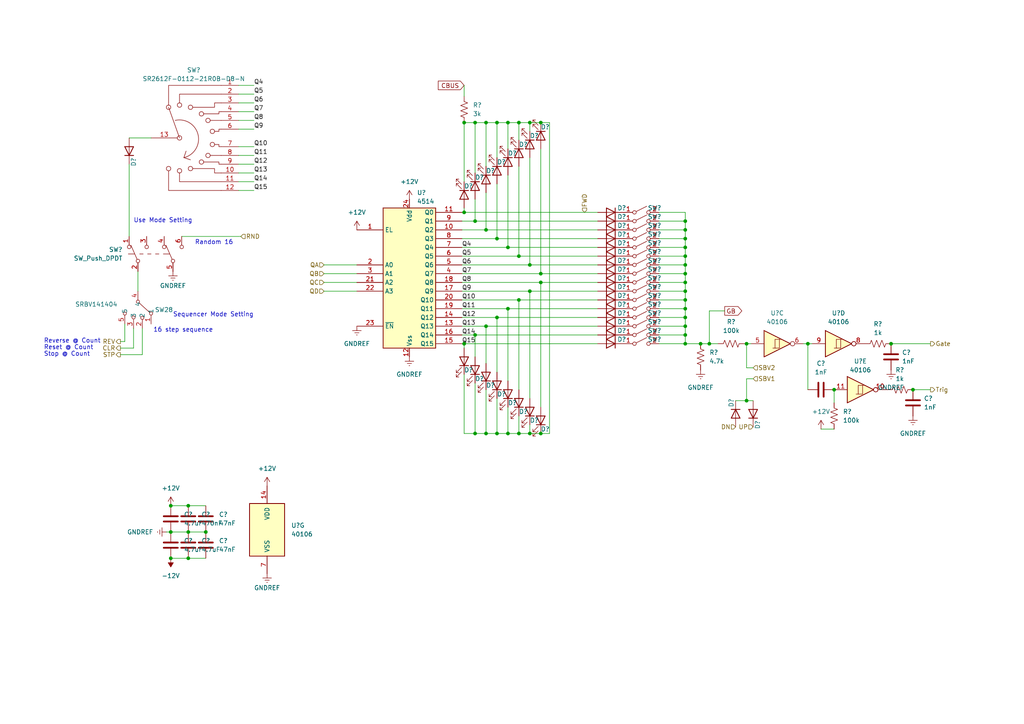
<source format=kicad_sch>
(kicad_sch (version 20230121) (generator eeschema)
  (paper "A4")
  (junction (at 147.32 125.73))
  (junction (at 264.795 113.03))
  (junction (at 59.69 154.305))
  (junction (at 198.755 94.615))
  (junction (at 198.755 76.835))
  (junction (at 198.755 89.535))
  (junction (at 150.495 125.73))
  (junction (at 198.755 92.075))
  (junction (at 49.53 161.925))
  (junction (at 156.845 79.375))
  (junction (at 144.145 35.56))
  (junction (at 156.845 125.73))
  (junction (at 198.755 86.995))
  (junction (at 140.97 94.615))
  (junction (at 137.795 64.135))
  (junction (at 150.495 35.56))
  (junction (at 198.755 81.915))
  (junction (at 241.935 113.03))
  (junction (at 140.97 125.73))
  (junction (at 49.53 154.305))
  (junction (at 137.795 97.155))
  (junction (at 216.535 99.695))
  (junction (at 153.67 76.835))
  (junction (at 156.845 81.915))
  (junction (at 140.97 35.56))
  (junction (at 144.145 125.73))
  (junction (at 198.755 74.295))
  (junction (at 54.61 146.685))
  (junction (at 234.315 99.695))
  (junction (at 49.53 146.685))
  (junction (at 144.145 69.215))
  (junction (at 137.795 35.56))
  (junction (at 150.495 86.995))
  (junction (at 134.62 99.695))
  (junction (at 198.755 66.675))
  (junction (at 144.145 92.075))
  (junction (at 134.62 35.56))
  (junction (at 134.62 61.595))
  (junction (at 153.67 125.73))
  (junction (at 147.32 71.755))
  (junction (at 198.755 69.215))
  (junction (at 258.445 99.695))
  (junction (at 198.755 99.695))
  (junction (at 140.97 66.675))
  (junction (at 216.535 116.205))
  (junction (at 198.755 79.375))
  (junction (at 54.61 161.925))
  (junction (at 203.2 99.695))
  (junction (at 205.74 99.695))
  (junction (at 198.755 97.155))
  (junction (at 54.61 154.305))
  (junction (at 153.67 35.56))
  (junction (at 156.845 35.56))
  (junction (at 198.755 84.455))
  (junction (at 150.495 74.295))
  (junction (at 198.755 71.755))
  (junction (at 137.795 125.73))
  (junction (at 198.755 64.135))
  (junction (at 147.32 89.535))
  (junction (at 147.32 35.56))
  (junction (at 153.67 84.455))
  (wire (pts (xy 198.755 97.155) (xy 198.755 99.695)))
  (wire (pts (xy 147.32 89.535) (xy 147.32 110.49)))
  (wire (pts (xy 133.985 84.455) (xy 153.67 84.455)))
  (wire (pts (xy 41.275 95.25) (xy 41.275 102.87)))
  (wire (pts (xy 150.495 48.26) (xy 150.495 74.295)))
  (wire (pts (xy 198.755 84.455) (xy 198.755 86.995)))
  (wire (pts (xy 133.985 69.215) (xy 144.145 69.215)))
  (wire (pts (xy 258.445 99.695) (xy 269.875 99.695)))
  (wire (pts (xy 133.985 92.075) (xy 144.145 92.075)))
  (wire (pts (xy 205.74 90.17) (xy 205.74 99.695)))
  (wire (pts (xy 133.985 86.995) (xy 150.495 86.995)))
  (wire (pts (xy 140.97 66.675) (xy 173.355 66.675)))
  (wire (pts (xy 234.315 99.695) (xy 235.585 99.695)))
  (wire (pts (xy 93.98 76.835) (xy 103.505 76.835)))
  (wire (pts (xy 134.62 61.595) (xy 173.355 61.595)))
  (wire (pts (xy 69.215 55.245) (xy 73.66 55.245)))
  (wire (pts (xy 133.985 99.695) (xy 134.62 99.695)))
  (wire (pts (xy 216.535 106.68) (xy 218.44 106.68)))
  (wire (pts (xy 134.62 99.695) (xy 134.62 100.965)))
  (wire (pts (xy 216.535 99.695) (xy 216.535 106.68)))
  (wire (pts (xy 216.535 99.695) (xy 217.805 99.695)))
  (wire (pts (xy 134.62 125.73) (xy 137.795 125.73)))
  (wire (pts (xy 69.215 32.385) (xy 73.66 32.385)))
  (wire (pts (xy 150.495 86.995) (xy 150.495 113.03)))
  (wire (pts (xy 198.755 81.915) (xy 191.135 81.915)))
  (wire (pts (xy 198.755 86.995) (xy 198.755 89.535)))
  (wire (pts (xy 137.795 57.785) (xy 137.795 64.135)))
  (wire (pts (xy 137.795 97.155) (xy 173.355 97.155)))
  (wire (pts (xy 153.67 123.19) (xy 153.67 125.73)))
  (wire (pts (xy 137.795 125.73) (xy 140.97 125.73)))
  (wire (pts (xy 150.495 86.995) (xy 173.355 86.995)))
  (wire (pts (xy 241.935 116.84) (xy 241.935 113.03)))
  (wire (pts (xy 198.755 79.375) (xy 198.755 81.915)))
  (wire (pts (xy 140.97 35.56) (xy 140.97 48.26)))
  (wire (pts (xy 205.74 99.695) (xy 203.2 99.695)))
  (wire (pts (xy 144.145 69.215) (xy 173.355 69.215)))
  (wire (pts (xy 198.755 66.675) (xy 191.135 66.675)))
  (wire (pts (xy 140.97 125.73) (xy 144.145 125.73)))
  (wire (pts (xy 69.215 37.465) (xy 73.66 37.465)))
  (wire (pts (xy 144.145 53.34) (xy 144.145 69.215)))
  (wire (pts (xy 198.755 89.535) (xy 191.135 89.535)))
  (wire (pts (xy 40.005 78.74) (xy 40.005 84.455)))
  (wire (pts (xy 93.98 81.915) (xy 103.505 81.915)))
  (wire (pts (xy 49.53 146.685) (xy 54.61 146.685)))
  (wire (pts (xy 153.67 84.455) (xy 173.355 84.455)))
  (wire (pts (xy 133.985 76.835) (xy 153.67 76.835)))
  (wire (pts (xy 133.985 79.375) (xy 156.845 79.375)))
  (wire (pts (xy 234.315 99.695) (xy 233.045 99.695)))
  (wire (pts (xy 153.67 84.455) (xy 153.67 115.57)))
  (wire (pts (xy 144.145 92.075) (xy 144.145 107.95)))
  (wire (pts (xy 140.97 113.03) (xy 140.97 125.73)))
  (wire (pts (xy 147.32 118.11) (xy 147.32 125.73)))
  (wire (pts (xy 133.985 61.595) (xy 134.62 61.595)))
  (wire (pts (xy 144.145 35.56) (xy 140.97 35.56)))
  (wire (pts (xy 198.755 94.615) (xy 191.135 94.615)))
  (wire (pts (xy 198.755 61.595) (xy 191.135 61.595)))
  (wire (pts (xy 69.215 42.545) (xy 73.66 42.545)))
  (wire (pts (xy 34.925 100.965) (xy 38.735 100.965)))
  (wire (pts (xy 147.32 125.73) (xy 150.495 125.73)))
  (wire (pts (xy 134.62 108.585) (xy 134.62 125.73)))
  (wire (pts (xy 147.32 89.535) (xy 173.355 89.535)))
  (wire (pts (xy 54.61 146.685) (xy 59.69 146.685)))
  (wire (pts (xy 93.98 79.375) (xy 103.505 79.375)))
  (wire (pts (xy 203.2 99.695) (xy 198.755 99.695)))
  (wire (pts (xy 69.215 27.305) (xy 73.66 27.305)))
  (wire (pts (xy 134.62 35.56) (xy 134.62 52.705)))
  (wire (pts (xy 205.74 99.695) (xy 208.28 99.695)))
  (wire (pts (xy 54.61 154.305) (xy 59.69 154.305)))
  (wire (pts (xy 198.755 92.075) (xy 198.755 94.615)))
  (wire (pts (xy 215.9 99.695) (xy 216.535 99.695)))
  (wire (pts (xy 144.145 35.56) (xy 144.145 45.72)))
  (wire (pts (xy 198.755 71.755) (xy 191.135 71.755)))
  (wire (pts (xy 198.755 74.295) (xy 198.755 76.835)))
  (wire (pts (xy 140.97 35.56) (xy 137.795 35.56)))
  (wire (pts (xy 198.755 76.835) (xy 198.755 79.375)))
  (wire (pts (xy 198.755 86.995) (xy 191.135 86.995)))
  (wire (pts (xy 49.53 161.925) (xy 54.61 161.925)))
  (wire (pts (xy 156.845 81.915) (xy 156.845 118.11)))
  (wire (pts (xy 150.495 120.65) (xy 150.495 125.73)))
  (wire (pts (xy 198.755 92.075) (xy 191.135 92.075)))
  (wire (pts (xy 198.755 84.455) (xy 191.135 84.455)))
  (wire (pts (xy 133.985 94.615) (xy 140.97 94.615)))
  (wire (pts (xy 210.185 90.17) (xy 205.74 90.17)))
  (wire (pts (xy 156.845 81.915) (xy 173.355 81.915)))
  (wire (pts (xy 216.535 116.205) (xy 218.44 116.205)))
  (wire (pts (xy 198.755 64.135) (xy 198.755 66.675)))
  (wire (pts (xy 52.705 68.58) (xy 69.85 68.58)))
  (wire (pts (xy 69.215 34.925) (xy 73.66 34.925)))
  (wire (pts (xy 134.62 99.695) (xy 173.355 99.695)))
  (wire (pts (xy 159.385 35.56) (xy 156.845 35.56)))
  (wire (pts (xy 216.535 116.205) (xy 216.535 109.855)))
  (wire (pts (xy 150.495 35.56) (xy 147.32 35.56)))
  (wire (pts (xy 69.215 47.625) (xy 73.66 47.625)))
  (wire (pts (xy 198.755 79.375) (xy 191.135 79.375)))
  (wire (pts (xy 133.985 74.295) (xy 150.495 74.295)))
  (wire (pts (xy 156.845 43.18) (xy 156.845 79.375)))
  (wire (pts (xy 198.755 76.835) (xy 191.135 76.835)))
  (wire (pts (xy 144.145 115.57) (xy 144.145 125.73)))
  (wire (pts (xy 140.97 55.88) (xy 140.97 66.675)))
  (wire (pts (xy 156.845 35.56) (xy 153.67 35.56)))
  (wire (pts (xy 137.795 35.56) (xy 134.62 35.56)))
  (wire (pts (xy 147.32 71.755) (xy 173.355 71.755)))
  (wire (pts (xy 137.795 64.135) (xy 173.355 64.135)))
  (wire (pts (xy 69.215 45.085) (xy 73.66 45.085)))
  (wire (pts (xy 137.795 35.56) (xy 137.795 50.165)))
  (wire (pts (xy 69.215 24.765) (xy 73.66 24.765)))
  (wire (pts (xy 238.125 124.46) (xy 241.935 124.46)))
  (wire (pts (xy 69.215 50.165) (xy 73.66 50.165)))
  (wire (pts (xy 156.845 125.73) (xy 159.385 125.73)))
  (wire (pts (xy 133.985 71.755) (xy 147.32 71.755)))
  (wire (pts (xy 133.985 64.135) (xy 137.795 64.135)))
  (wire (pts (xy 133.985 97.155) (xy 137.795 97.155)))
  (wire (pts (xy 37.465 47.625) (xy 37.465 68.58)))
  (wire (pts (xy 153.67 45.72) (xy 153.67 76.835)))
  (wire (pts (xy 140.97 94.615) (xy 140.97 105.41)))
  (wire (pts (xy 213.36 116.205) (xy 216.535 116.205)))
  (wire (pts (xy 147.32 35.56) (xy 147.32 43.18)))
  (wire (pts (xy 153.67 76.835) (xy 173.355 76.835)))
  (wire (pts (xy 133.985 89.535) (xy 147.32 89.535)))
  (wire (pts (xy 153.67 125.73) (xy 156.845 125.73)))
  (wire (pts (xy 153.67 35.56) (xy 153.67 38.1)))
  (wire (pts (xy 144.145 92.075) (xy 173.355 92.075)))
  (wire (pts (xy 34.925 102.87) (xy 41.275 102.87)))
  (wire (pts (xy 198.755 74.295) (xy 191.135 74.295)))
  (wire (pts (xy 49.53 154.305) (xy 54.61 154.305)))
  (wire (pts (xy 37.465 40.005) (xy 43.815 40.005)))
  (wire (pts (xy 156.845 79.375) (xy 173.355 79.375)))
  (wire (pts (xy 93.98 84.455) (xy 103.505 84.455)))
  (wire (pts (xy 153.67 35.56) (xy 150.495 35.56)))
  (wire (pts (xy 198.755 97.155) (xy 191.135 97.155)))
  (wire (pts (xy 147.32 35.56) (xy 144.145 35.56)))
  (wire (pts (xy 144.145 125.73) (xy 147.32 125.73)))
  (wire (pts (xy 198.755 81.915) (xy 198.755 84.455)))
  (wire (pts (xy 140.97 94.615) (xy 173.355 94.615)))
  (wire (pts (xy 198.755 99.695) (xy 191.135 99.695)))
  (wire (pts (xy 137.795 111.125) (xy 137.795 125.73)))
  (wire (pts (xy 69.215 29.845) (xy 73.66 29.845)))
  (wire (pts (xy 198.755 66.675) (xy 198.755 69.215)))
  (wire (pts (xy 198.755 89.535) (xy 198.755 92.075)))
  (wire (pts (xy 159.385 125.73) (xy 159.385 35.56)))
  (wire (pts (xy 198.755 71.755) (xy 198.755 74.295)))
  (wire (pts (xy 147.32 50.8) (xy 147.32 71.755)))
  (wire (pts (xy 198.755 69.215) (xy 198.755 71.755)))
  (wire (pts (xy 36.195 93.98) (xy 36.195 99.06)))
  (wire (pts (xy 198.755 61.595) (xy 198.755 64.135)))
  (wire (pts (xy 38.735 95.25) (xy 38.735 100.965)))
  (wire (pts (xy 234.315 113.03) (xy 234.315 99.695)))
  (wire (pts (xy 48.26 154.305) (xy 49.53 154.305)))
  (wire (pts (xy 54.61 161.925) (xy 59.69 161.925)))
  (wire (pts (xy 198.755 69.215) (xy 191.135 69.215)))
  (wire (pts (xy 150.495 125.73) (xy 153.67 125.73)))
  (wire (pts (xy 216.535 109.855) (xy 218.44 109.855)))
  (wire (pts (xy 150.495 74.295) (xy 173.355 74.295)))
  (wire (pts (xy 133.985 66.675) (xy 140.97 66.675)))
  (wire (pts (xy 133.985 81.915) (xy 156.845 81.915)))
  (wire (pts (xy 134.62 24.765) (xy 134.62 27.94)))
  (wire (pts (xy 34.925 99.06) (xy 36.195 99.06)))
  (wire (pts (xy 198.755 64.135) (xy 191.135 64.135)))
  (wire (pts (xy 264.795 113.03) (xy 269.875 113.03)))
  (wire (pts (xy 137.795 97.155) (xy 137.795 103.505)))
  (wire (pts (xy 134.62 60.325) (xy 134.62 61.595)))
  (wire (pts (xy 150.495 35.56) (xy 150.495 40.64)))
  (wire (pts (xy 69.215 52.705) (xy 73.66 52.705)))
  (wire (pts (xy 198.755 94.615) (xy 198.755 97.155)))
  (text "Sequencer Mode Setting" (at 50.165 92.075 0) (effects (font (size 1.27 1.27)) (justify left bottom)))
  (text "Random 16" (at 56.515 71.12 0) (effects (font (size 1.27 1.27)) (justify left bottom)))
  (text "Stop @ Count" (at 12.7 103.505 0) (effects (font (size 1.27 1.27)) (justify left bottom)))
  (text "Reset @ Count" (at 12.7 101.6 0) (effects (font (size 1.27 1.27)) (justify left bottom)))
  (text "Reverse @ Count" (at 12.7 99.695 0) (effects (font (size 1.27 1.27)) (justify left bottom)))
  (text "16 step sequence" (at 44.45 96.52 0) (effects (font (size 1.27 1.27)) (justify left bottom)))
  (text "Use Mode Setting" (at 38.735 64.77 0) (effects (font (size 1.27 1.27)) (justify left bottom)))
  (label "Q4" (at 73.66 24.765 0))
  (label "Q5" (at 73.66 27.305 0))
  (label "Q13" (at 133.985 94.615 0))
  (label "Q11" (at 133.985 89.535 0))
  (label "Q6" (at 133.985 76.835 0))
  (label "Q14" (at 73.66 52.705 0))
  (label "Q10" (at 133.985 86.995 0))
  (label "Q5" (at 133.985 74.295 0))
  (label "Q4" (at 133.985 71.755 0))
  (label "Q8" (at 73.66 34.925 0))
  (label "Q12" (at 133.985 92.075 0))
  (label "Q15" (at 73.66 55.245 0))
  (label "Q9" (at 133.985 84.455 0))
  (label "Q10" (at 73.66 42.545 0))
  (label "Q15" (at 133.985 99.695 0))
  (label "Q14" (at 133.985 97.155 0))
  (label "Q7" (at 133.985 79.375 0))
  (label "Q12" (at 73.66 47.625 0))
  (label "Q7" (at 73.66 32.385 0))
  (label "Q8" (at 133.985 81.915 0))
  (label "Q13" (at 73.66 50.165 0))
  (label "Q6" (at 73.66 29.845 0))
  (label "Q11" (at 73.66 45.085 0))
  (label "Q9" (at 73.66 37.465 0))
  (global_label "GB" (shape output) (at 210.185 90.17 0) (property "Intersheetrefs" "${INTERSHEET_REFS}" (effects hide)))
  (global_label "CBUS" (shape input) (at 134.62 24.765 180) (property "Intersheetrefs" "${INTERSHEET_REFS}" (effects hide)))
  (hierarchical_label "DN" (shape input) (at 213.36 123.825 180))
  (hierarchical_label "CLR" (shape output) (at 34.925 100.965 180))
  (hierarchical_label "REV" (shape output) (at 34.925 99.06 180))
  (hierarchical_label "SBV1" (shape input) (at 218.44 109.855 0))
  (hierarchical_label "Trig" (shape output) (at 269.875 113.03 0))
  (hierarchical_label "Gate" (shape output) (at 269.875 99.695 0))
  (hierarchical_label "QA" (shape input) (at 93.98 76.835 180))
  (hierarchical_label "UP" (shape input) (at 218.44 123.825 180))
  (hierarchical_label "QB" (shape input) (at 93.98 79.375 180))
  (hierarchical_label "QD" (shape input) (at 93.98 84.455 180))
  (hierarchical_label "SBV2" (shape input) (at 218.44 106.68 0))
  (hierarchical_label "QC" (shape input) (at 93.98 81.915 180))
  (hierarchical_label "RND" (shape input) (at 69.85 68.58 0))
  (hierarchical_label "STP" (shape output) (at 34.925 102.87 180))
  (hierarchical_label "FWD" (shape input) (at 169.545 61.595 90))
  (symbol (lib_id "power:+12V") (at 238.125 124.46 0) (unit 1)
    (property "Reference" "#PWR?" (effects hide))
    (property "Value" "+12V" (at 238.125 119.38 0))
    (instances (project "SoundLab16StepSequencer" (path "" (reference "#PWR?") (unit 1))) (project "AnalogTestBoard2" (path "" (reference "#PWR?") (unit 1)) (path "" (reference "#PWR?") (unit 1))) (project "SynthProj" (path "" (reference "#PWR0287") (unit 1))))
  )
  (symbol (lib_id "Device:C") (at 49.53 150.495 0) (unit 1)
    (property "Reference" "C?" (at 53.34 149.225 0) (effects (justify left)))
    (property "Value" "4.7uF" (at 53.34 151.765 0) (effects (justify left)))
    (property "Footprint" "Capacitor_SMD:C_0805_2012Metric" (effects hide))
    (instances (project "SoundLab16StepSequencer" (path "" (reference "C?") (unit 1))) (project "AnalogTestBoard2" (path "" (reference "C?") (unit 1)) (path "" (reference "C?") (unit 1))) (project "SynthProj" (path "" (reference "C120") (unit 1))))
  )
  (symbol (lib_id "Device:LED") (at 140.97 109.22 270) (mirror x) (unit 1)
    (property "Reference" "D?" (at 140.97 111.76 90) (effects (justify left)))
    (property "Value" "LED" (effects hide))
    (property "Footprint" "LED_SMD:LED_0805_2012Metric" (effects hide))
    (instances (project "SoundLab16StepSequencer" (path "" (reference "D?") (unit 1))) (project "AnalogTestBoard2" (path "" (reference "D?") (unit 1))) (project "SynthProj" (path "" (reference "D53") (unit 1))))
  )
  (symbol (lib_id "Device:LED") (at 137.795 53.975 270) (unit 1)
    (property "Reference" "D?" (at 137.795 51.435 90) (effects (justify left)))
    (property "Value" "LED" (effects hide))
    (property "Footprint" "LED_SMD:LED_0805_2012Metric" (effects hide))
    (instances (project "SoundLab16StepSequencer" (path "" (reference "D?") (unit 1))) (project "AnalogTestBoard2" (path "" (reference "D?") (unit 1))) (project "SynthProj" (path "" (reference "D50") (unit 1))))
  )
  (symbol (lib_id "Device:LED") (at 147.32 114.3 270) (mirror x) (unit 1)
    (property "Reference" "D?" (at 147.32 116.84 90) (effects (justify left)))
    (property "Value" "LED" (effects hide))
    (property "Footprint" "LED_SMD:LED_0805_2012Metric" (effects hide))
    (instances (project "SoundLab16StepSequencer" (path "" (reference "D?") (unit 1))) (project "AnalogTestBoard2" (path "" (reference "D?") (unit 1))) (project "SynthProj" (path "" (reference "D57") (unit 1))))
  )
  (symbol (lib_id "power:GNDREF") (at 203.2 107.315 0) (unit 1)
    (property "Reference" "#PWR?" (effects hide))
    (property "Value" "GNDREF" (at 203.2 112.395 0))
    (instances (project "SoundLab16StepSequencer" (path "" (reference "#PWR?") (unit 1))) (project "AnalogTestBoard2" (path "" (reference "#PWR?") (unit 1))) (project "SynthProj" (path "" (reference "#PWR0286") (unit 1))))
  )
  (symbol (lib_id "Device:C") (at 54.61 158.115 0) (unit 1)
    (property "Reference" "C?" (at 58.42 156.845 0) (effects (justify left)))
    (property "Value" "4.7uF" (at 58.42 159.385 0) (effects (justify left)))
    (property "Footprint" "Capacitor_SMD:C_0805_2012Metric" (effects hide))
    (instances (project "SoundLab16StepSequencer" (path "" (reference "C?") (unit 1))) (project "AnalogTestBoard2" (path "" (reference "C?") (unit 1)) (path "" (reference "C?") (unit 1))) (project "SynthProj" (path "" (reference "C123") (unit 1))))
  )
  (symbol (lib_id "Device:C") (at 59.69 158.115 0) (unit 1)
    (property "Reference" "C?" (at 63.5 156.845 0) (effects (justify left)))
    (property "Value" "47nF" (at 63.5 159.385 0) (effects (justify left)))
    (property "Footprint" "Capacitor_SMD:C_0603_1608Metric" (effects hide))
    (instances (project "SoundLab16StepSequencer" (path "" (reference "C?") (unit 1))) (project "AnalogTestBoard2" (path "" (reference "C?") (unit 1)) (path "" (reference "C?") (unit 1))) (project "SynthProj" (path "" (reference "C125") (unit 1))))
  )
  (symbol (lib_id "power:GNDREF") (at 103.505 94.615 0) (unit 1)
    (property "Reference" "#PWR?" (effects hide))
    (property "Value" "GNDREF" (at 103.505 99.695 0))
    (instances (project "SoundLab16StepSequencer" (path "" (reference "#PWR?") (unit 1))) (project "AnalogTestBoard2" (path "" (reference "#PWR?") (unit 1))) (project "SynthProj" (path "" (reference "#PWR0283") (unit 1))))
  )
  (symbol (lib_id "Switch:SW_SPST") (at 186.055 99.695 0) (unit 1)
    (property "Reference" "SW?" (at 189.865 98.425 0))
    (property "Value" "SW_SPST" (effects hide))
    (property "Footprint" "SynthProjConnectors:MTS-103-A01-T0" (effects hide))
    (instances (project "SoundLab16StepSequencer" (path "" (reference "SW?") (unit 1))) (project "AnalogTestBoard2" (path "" (reference "SW?") (unit 1))) (project "SynthProj" (path "" (reference "SW46") (unit 1))))
  )
  (symbol (lib_id "Switch:SW_SPST") (at 186.055 79.375 0) (unit 1)
    (property "Reference" "SW?" (at 189.865 78.105 0))
    (property "Value" "SW_SPST" (effects hide))
    (property "Footprint" "SynthProjConnectors:MTS-103-A01-T0" (effects hide))
    (instances (project "SoundLab16StepSequencer" (path "" (reference "SW?") (unit 1))) (project "AnalogTestBoard2" (path "" (reference "SW?") (unit 1))) (project "SynthProj" (path "" (reference "SW38") (unit 1))))
  )
  (symbol (lib_id "4xxx_IEEE:4514") (at 118.745 80.645 0) (unit 1)
    (property "Reference" "U?" (at 120.9391 55.88 0) (effects (justify left)))
    (property "Value" "4514" (at 120.9391 58.42 0) (effects (justify left)))
    (property "Footprint" "Package_SO:SOIC-24W_7.5x15.4mm_P1.27mm" (effects hide))
    (instances (project "SoundLab16StepSequencer" (path "" (reference "U?") (unit 1))) (project "AnalogTestBoard2" (path "" (reference "U?") (unit 1))) (project "SynthProj" (path "" (reference "U24") (unit 1))))
  )
  (symbol (lib_id "Device:D") (at 37.465 43.815 90) (unit 1)
    (property "Reference" "D?" (at 38.735 46.99 0))
    (property "Value" "1N914" (effects hide))
    (property "Footprint" "Diode_SMD:D_SOD-323F" (effects hide))
    (property "Sim.Device" "D" (effects hide))
    (property "Sim.Pins" "1=K 2=A" (effects hide))
    (instances (project "SoundLab16StepSequencer" (path "" (reference "D?") (unit 1))) (project "AnalogTestBoard2" (path "" (reference "D?") (unit 1))) (project "SynthProj" (path "" (reference "D47") (unit 1))))
  )
  (symbol (lib_id "power:GNDREF") (at 264.795 120.65 0) (unit 1)
    (property "Reference" "#PWR?" (effects hide))
    (property "Value" "GNDREF" (at 264.795 125.73 0))
    (instances (project "SoundLab16StepSequencer" (path "" (reference "#PWR?") (unit 1))) (project "AnalogTestBoard2" (path "" (reference "#PWR?") (unit 1))) (project "SynthProj" (path "" (reference "#PWR0289") (unit 1))))
  )
  (symbol (lib_id "Device:LED") (at 150.495 44.45 270) (unit 1)
    (property "Reference" "D?" (at 150.495 41.91 90) (effects (justify left)))
    (property "Value" "LED" (effects hide))
    (property "Footprint" "LED_SMD:LED_0805_2012Metric" (effects hide))
    (instances (project "SoundLab16StepSequencer" (path "" (reference "D?") (unit 1))) (project "AnalogTestBoard2" (path "" (reference "D?") (unit 1))) (project "SynthProj" (path "" (reference "D58") (unit 1))))
  )
  (symbol (lib_id "Device:LED") (at 153.67 119.38 270) (mirror x) (unit 1)
    (property "Reference" "D?" (at 153.67 121.92 90) (effects (justify left)))
    (property "Value" "LED" (effects hide))
    (property "Footprint" "LED_SMD:LED_0805_2012Metric" (effects hide))
    (instances (project "SoundLab16StepSequencer" (path "" (reference "D?") (unit 1))) (project "AnalogTestBoard2" (path "" (reference "D?") (unit 1))) (project "SynthProj" (path "" (reference "D61") (unit 1))))
  )
  (symbol (lib_id "Device:D") (at 177.165 81.915 180) (unit 1)
    (property "Reference" "D?" (at 180.34 80.645 0))
    (property "Value" "1N914" (effects hide))
    (property "Footprint" "Diode_SMD:D_SOD-323F" (effects hide))
    (property "Sim.Device" "D" (effects hide))
    (property "Sim.Pins" "1=K 2=A" (effects hide))
    (instances (project "SoundLab16StepSequencer" (path "" (reference "D?") (unit 1))) (project "AnalogTestBoard2" (path "" (reference "D?") (unit 1))) (project "SynthProj" (path "" (reference "D72") (unit 1))))
  )
  (symbol (lib_id "4xxx:40106") (at 249.555 113.03 0) (unit 5)
    (property "Reference" "U?" (at 249.555 104.775 0))
    (property "Value" "40106" (at 249.555 107.315 0))
    (property "Footprint" "Package_SO:SOIC-14_3.9x8.7mm_P1.27mm" (effects hide))
    (property "Datasheet" "https://assets.nexperia.com/documents/data-sheet/HEF40106B.pdf" (effects hide))
    (instances (project "SoundLab16StepSequencer" (path "" (reference "U?") (unit 5))) (project "AnalogTestBoard2" (path "" (reference "U?") (unit 5))) (project "SynthProj" (path "" (reference "U22") (unit 5))))
  )
  (symbol (lib_id "Device:D") (at 177.165 86.995 180) (unit 1)
    (property "Reference" "D?" (at 180.34 85.725 0))
    (property "Value" "1N914" (effects hide))
    (property "Footprint" "Diode_SMD:D_SOD-323F" (effects hide))
    (property "Sim.Device" "D" (effects hide))
    (property "Sim.Pins" "1=K 2=A" (effects hide))
    (instances (project "SoundLab16StepSequencer" (path "" (reference "D?") (unit 1))) (project "AnalogTestBoard2" (path "" (reference "D?") (unit 1))) (project "SynthProj" (path "" (reference "D74") (unit 1))))
  )
  (symbol (lib_id "Device:D") (at 177.165 69.215 180) (unit 1)
    (property "Reference" "D?" (at 180.34 67.945 0))
    (property "Value" "1N914" (effects hide))
    (property "Footprint" "Diode_SMD:D_SOD-323F" (effects hide))
    (property "Sim.Device" "D" (effects hide))
    (property "Sim.Pins" "1=K 2=A" (effects hide))
    (instances (project "SoundLab16StepSequencer" (path "" (reference "D?") (unit 1))) (project "AnalogTestBoard2" (path "" (reference "D?") (unit 1))) (project "SynthProj" (path "" (reference "D67") (unit 1))))
  )
  (symbol (lib_id "Switch:SW_SPST") (at 186.055 76.835 0) (unit 1)
    (property "Reference" "SW?" (at 189.865 75.565 0))
    (property "Value" "SW_SPST" (effects hide))
    (property "Footprint" "SynthProjConnectors:MTS-103-A01-T0" (effects hide))
    (instances (project "SoundLab16StepSequencer" (path "" (reference "SW?") (unit 1))) (project "AnalogTestBoard2" (path "" (reference "SW?") (unit 1))) (project "SynthProj" (path "" (reference "SW37") (unit 1))))
  )
  (symbol (lib_id "Device:R_US") (at 134.62 31.75 0) (unit 1)
    (property "Reference" "R?" (at 137.16 30.48 0) (effects (justify left)))
    (property "Value" "3k" (at 137.16 33.02 0) (effects (justify left)))
    (property "Footprint" "Resistor_SMD:R_0603_1608Metric" (effects hide))
    (instances (project "SoundLab16StepSequencer" (path "" (reference "R?") (unit 1))) (project "AnalogTestBoard2" (path "" (reference "R?") (unit 1)) (path "" (reference "R?") (unit 1))) (project "SynthProj" (path "" (reference "R216") (unit 1))))
  )
  (symbol (lib_id "Device:R_US") (at 254.635 99.695 90) (unit 1)
    (property "Reference" "R?" (at 254.635 93.98 90))
    (property "Value" "1k" (at 254.635 96.52 90))
    (property "Footprint" "Resistor_SMD:R_0603_1608Metric" (effects hide))
    (instances (project "SoundLab16StepSequencer" (path "" (reference "R?") (unit 1))) (project "AnalogTestBoard2" (path "" (reference "R?") (unit 1)) (path "" (reference "R?") (unit 1))) (project "SynthProj" (path "" (reference "R220") (unit 1))))
  )
  (symbol (lib_id "Device:D") (at 177.165 89.535 180) (unit 1)
    (property "Reference" "D?" (at 180.34 88.265 0))
    (property "Value" "1N914" (effects hide))
    (property "Footprint" "Diode_SMD:D_SOD-323F" (effects hide))
    (property "Sim.Device" "D" (effects hide))
    (property "Sim.Pins" "1=K 2=A" (effects hide))
    (instances (project "SoundLab16StepSequencer" (path "" (reference "D?") (unit 1))) (project "AnalogTestBoard2" (path "" (reference "D?") (unit 1))) (project "SynthProj" (path "" (reference "D75") (unit 1))))
  )
  (symbol (lib_id "power:GNDREF") (at 118.745 103.505 0) (unit 1)
    (property "Reference" "#PWR?" (effects hide))
    (property "Value" "GNDREF" (at 118.745 108.585 0))
    (instances (project "SoundLab16StepSequencer" (path "" (reference "#PWR?") (unit 1))) (project "AnalogTestBoard2" (path "" (reference "#PWR?") (unit 1))) (project "SynthProj" (path "" (reference "#PWR0285") (unit 1))))
  )
  (symbol (lib_id "Device:LED") (at 144.145 111.76 270) (mirror x) (unit 1)
    (property "Reference" "D?" (at 144.145 114.3 90) (effects (justify left)))
    (property "Value" "LED" (effects hide))
    (property "Footprint" "LED_SMD:LED_0805_2012Metric" (effects hide))
    (instances (project "SoundLab16StepSequencer" (path "" (reference "D?") (unit 1))) (project "AnalogTestBoard2" (path "" (reference "D?") (unit 1))) (project "SynthProj" (path "" (reference "D55") (unit 1))))
  )
  (symbol (lib_id "power:+12V") (at 77.47 140.97 0) (unit 1)
    (property "Reference" "#PWR?" (effects hide))
    (property "Value" "+12V" (at 77.47 135.89 0))
    (instances (project "SoundLab16StepSequencer" (path "" (reference "#PWR?") (unit 1))) (project "AnalogTestBoard2" (path "" (reference "#PWR?") (unit 1)) (path "" (reference "#PWR?") (unit 1))) (project "SynthProj" (path "" (reference "#PWR0280") (unit 1))))
  )
  (symbol (lib_id "Device:C") (at 59.69 150.495 0) (unit 1)
    (property "Reference" "C?" (at 63.5 149.225 0) (effects (justify left)))
    (property "Value" "47nF" (at 63.5 151.765 0) (effects (justify left)))
    (property "Footprint" "Capacitor_SMD:C_0603_1608Metric" (effects hide))
    (instances (project "SoundLab16StepSequencer" (path "" (reference "C?") (unit 1))) (project "AnalogTestBoard2" (path "" (reference "C?") (unit 1)) (path "" (reference "C?") (unit 1))) (project "SynthProj" (path "" (reference "C124") (unit 1))))
  )
  (symbol (lib_id "power:+12V") (at 49.53 146.685 0) (unit 1)
    (property "Reference" "#PWR?" (effects hide))
    (property "Value" "+12V" (at 49.53 141.605 0))
    (instances (project "SoundLab16StepSequencer" (path "" (reference "#PWR?") (unit 1))) (project "AnalogTestBoard2" (path "" (reference "#PWR?") (unit 1)) (path "" (reference "#PWR?") (unit 1))) (project "SynthProj" (path "" (reference "#PWR0277") (unit 1))))
  )
  (symbol (lib_id "Device:D") (at 177.165 74.295 180) (unit 1)
    (property "Reference" "D?" (at 180.34 73.025 0))
    (property "Value" "1N914" (effects hide))
    (property "Footprint" "Diode_SMD:D_SOD-323F" (effects hide))
    (property "Sim.Device" "D" (effects hide))
    (property "Sim.Pins" "1=K 2=A" (effects hide))
    (instances (project "SoundLab16StepSequencer" (path "" (reference "D?") (unit 1))) (project "AnalogTestBoard2" (path "" (reference "D?") (unit 1))) (project "SynthProj" (path "" (reference "D69") (unit 1))))
  )
  (symbol (lib_id "Device:C") (at 238.125 113.03 90) (unit 1)
    (property "Reference" "C?" (at 238.125 105.41 90))
    (property "Value" "1nF" (at 238.125 107.95 90))
    (property "Footprint" "Capacitor_SMD:C_0603_1608Metric" (effects hide))
    (instances (project "SoundLab16StepSequencer" (path "" (reference "C?") (unit 1))) (project "AnalogTestBoard2" (path "" (reference "C?") (unit 1)) (path "" (reference "C?") (unit 1))) (project "SynthProj" (path "" (reference "C126") (unit 1))))
  )
  (symbol (lib_id "Switch:SW_SPST") (at 186.055 89.535 0) (unit 1)
    (property "Reference" "SW?" (at 189.865 88.265 0))
    (property "Value" "SW_SPST" (effects hide))
    (property "Footprint" "SynthProjConnectors:MTS-103-A01-T0" (effects hide))
    (instances (project "SoundLab16StepSequencer" (path "" (reference "SW?") (unit 1))) (project "AnalogTestBoard2" (path "" (reference "SW?") (unit 1))) (project "SynthProj" (path "" (reference "SW42") (unit 1))))
  )
  (symbol (lib_id "Switch:SW_SPST") (at 186.055 92.075 0) (unit 1)
    (property "Reference" "SW?" (at 189.865 90.805 0))
    (property "Value" "SW_SPST" (effects hide))
    (property "Footprint" "SynthProjConnectors:MTS-103-A01-T0" (effects hide))
    (instances (project "SoundLab16StepSequencer" (path "" (reference "SW?") (unit 1))) (project "AnalogTestBoard2" (path "" (reference "SW?") (unit 1))) (project "SynthProj" (path "" (reference "SW43") (unit 1))))
  )
  (symbol (lib_id "Switch:SW_SPST") (at 186.055 66.675 0) (unit 1)
    (property "Reference" "SW?" (at 189.865 65.405 0))
    (property "Value" "SW_SPST" (effects hide))
    (property "Footprint" "SynthProjConnectors:MTS-103-A01-T0" (effects hide))
    (instances (project "SoundLab16StepSequencer" (path "" (reference "SW?") (unit 1))) (project "AnalogTestBoard2" (path "" (reference "SW?") (unit 1))) (project "SynthProj" (path "" (reference "SW33") (unit 1))))
  )
  (symbol (lib_id "SynthProj-rescue:Switch_SP4T") (at 40.005 89.535 270) (unit 1)
    (property "Reference" "SW28" (at 44.9072 89.8525 90) (effects (justify left)))
    (property "Value" "SRBV141404" (at 27.94 88.265 90))
    (property "Footprint" "SynthProjConnectors:SRBV141404" (effects hide))
  )
  (symbol (lib_id "power:GNDREF") (at 77.47 166.37 0) (unit 1)
    (property "Reference" "#PWR?" (effects hide))
    (property "Value" "GNDREF" (at 77.47 170.5031 0))
    (instances (project "SoundLab16StepSequencer" (path "" (reference "#PWR?") (unit 1))) (project "AnalogTestBoard2" (path "" (reference "#PWR?") (unit 1)) (path "" (reference "#PWR?") (unit 1))) (project "SynthProj" (path "" (reference "#PWR0281") (unit 1))))
  )
  (symbol (lib_id "Switch:SW_SPST") (at 186.055 97.155 0) (unit 1)
    (property "Reference" "SW?" (at 189.865 95.885 0))
    (property "Value" "SW_SPST" (effects hide))
    (property "Footprint" "SynthProjConnectors:MTS-103-A01-T0" (effects hide))
    (instances (project "SoundLab16StepSequencer" (path "" (reference "SW?") (unit 1))) (project "AnalogTestBoard2" (path "" (reference "SW?") (unit 1))) (project "SynthProj" (path "" (reference "SW45") (unit 1))))
  )
  (symbol (lib_id "Device:D") (at 177.165 71.755 180) (unit 1)
    (property "Reference" "D?" (at 180.34 70.485 0))
    (property "Value" "1N914" (effects hide))
    (property "Footprint" "Diode_SMD:D_SOD-323F" (effects hide))
    (property "Sim.Device" "D" (effects hide))
    (property "Sim.Pins" "1=K 2=A" (effects hide))
    (instances (project "SoundLab16StepSequencer" (path "" (reference "D?") (unit 1))) (project "AnalogTestBoard2" (path "" (reference "D?") (unit 1))) (project "SynthProj" (path "" (reference "D68") (unit 1))))
  )
  (symbol (lib_id "Device:LED") (at 153.67 41.91 270) (unit 1)
    (property "Reference" "D?" (at 153.67 39.37 90) (effects (justify left)))
    (property "Value" "LED" (effects hide))
    (property "Footprint" "LED_SMD:LED_0805_2012Metric" (effects hide))
    (instances (project "SoundLab16StepSequencer" (path "" (reference "D?") (unit 1))) (project "AnalogTestBoard2" (path "" (reference "D?") (unit 1))) (project "SynthProj" (path "" (reference "D60") (unit 1))))
  )
  (symbol (lib_id "Device:R_US") (at 203.2 103.505 0) (unit 1)
    (property "Reference" "R?" (at 205.74 102.235 0) (effects (justify left)))
    (property "Value" "4.7k" (at 205.74 104.775 0) (effects (justify left)))
    (property "Footprint" "Resistor_SMD:R_0603_1608Metric" (effects hide))
    (instances (project "SoundLab16StepSequencer" (path "" (reference "R?") (unit 1))) (project "AnalogTestBoard2" (path "" (reference "R?") (unit 1)) (path "" (reference "R?") (unit 1))) (project "SynthProj" (path "" (reference "R217") (unit 1))))
  )
  (symbol (lib_id "Device:D") (at 177.165 64.135 180) (unit 1)
    (property "Reference" "D?" (at 180.34 62.865 0))
    (property "Value" "1N914" (effects hide))
    (property "Footprint" "Diode_SMD:D_SOD-323F" (effects hide))
    (property "Sim.Device" "D" (effects hide))
    (property "Sim.Pins" "1=K 2=A" (effects hide))
    (instances (project "SoundLab16StepSequencer" (path "" (reference "D?") (unit 1))) (project "AnalogTestBoard2" (path "" (reference "D?") (unit 1))) (project "SynthProj" (path "" (reference "D65") (unit 1))))
  )
  (symbol (lib_id "Switch:SW_SPST") (at 186.055 94.615 0) (unit 1)
    (property "Reference" "SW?" (at 189.865 93.345 0))
    (property "Value" "SW_SPST" (effects hide))
    (property "Footprint" "SynthProjConnectors:MTS-103-A01-T0" (effects hide))
    (instances (project "SoundLab16StepSequencer" (path "" (reference "SW?") (unit 1))) (project "AnalogTestBoard2" (path "" (reference "SW?") (unit 1))) (project "SynthProj" (path "" (reference "SW44") (unit 1))))
  )
  (symbol (lib_id "Device:C") (at 54.61 150.495 0) (unit 1)
    (property "Reference" "C?" (at 58.42 149.225 0) (effects (justify left)))
    (property "Value" "470nF" (at 58.42 151.765 0) (effects (justify left)))
    (property "Footprint" "Capacitor_SMD:C_0805_2012Metric" (effects hide))
    (instances (project "SoundLab16StepSequencer" (path "" (reference "C?") (unit 1))) (project "AnalogTestBoard2" (path "" (reference "C?") (unit 1)) (path "" (reference "C?") (unit 1))) (project "SynthProj" (path "" (reference "C122") (unit 1))))
  )
  (symbol (lib_id "4xxx:40106") (at 77.47 153.67 0) (unit 7)
    (property "Reference" "U?" (at 84.455 152.4 0) (effects (justify left)))
    (property "Value" "40106" (at 84.455 154.94 0) (effects (justify left)))
    (property "Footprint" "Package_SO:SOIC-14_3.9x8.7mm_P1.27mm" (effects hide))
    (property "Datasheet" "https://assets.nexperia.com/documents/data-sheet/HEF40106B.pdf" (effects hide))
    (instances (project "SoundLab16StepSequencer" (path "" (reference "U?") (unit 7))) (project "AnalogTestBoard2" (path "" (reference "U?") (unit 7))) (project "SynthProj" (path "" (reference "U22") (unit 7))))
  )
  (symbol (lib_id "Device:C") (at 264.795 116.84 180) (unit 1)
    (property "Reference" "C?" (at 267.97 115.57 0) (effects (justify right)))
    (property "Value" "1nF" (at 267.97 118.11 0) (effects (justify right)))
    (property "Footprint" "Capacitor_SMD:C_0603_1608Metric" (effects hide))
    (instances (project "SoundLab16StepSequencer" (path "" (reference "C?") (unit 1))) (project "AnalogTestBoard2" (path "" (reference "C?") (unit 1)) (path "" (reference "C?") (unit 1))) (project "SynthProj" (path "" (reference "C128") (unit 1))))
  )
  (symbol (lib_id "Device:D") (at 177.165 66.675 180) (unit 1)
    (property "Reference" "D?" (at 180.34 65.405 0))
    (property "Value" "1N914" (effects hide))
    (property "Footprint" "Diode_SMD:D_SOD-323F" (effects hide))
    (property "Sim.Device" "D" (effects hide))
    (property "Sim.Pins" "1=K 2=A" (effects hide))
    (instances (project "SoundLab16StepSequencer" (path "" (reference "D?") (unit 1))) (project "AnalogTestBoard2" (path "" (reference "D?") (unit 1))) (project "SynthProj" (path "" (reference "D66") (unit 1))))
  )
  (symbol (lib_id "Device:LED") (at 140.97 52.07 270) (unit 1)
    (property "Reference" "D?" (at 140.97 49.53 90) (effects (justify left)))
    (property "Value" "LED" (effects hide))
    (property "Footprint" "LED_SMD:LED_0805_2012Metric" (effects hide))
    (instances (project "SoundLab16StepSequencer" (path "" (reference "D?") (unit 1))) (project "AnalogTestBoard2" (path "" (reference "D?") (unit 1))) (project "SynthProj" (path "" (reference "D52") (unit 1))))
  )
  (symbol (lib_id "Device:LED") (at 134.62 56.515 270) (unit 1)
    (property "Reference" "D?" (at 134.62 53.975 90) (effects (justify left)))
    (property "Value" "LED" (effects hide))
    (property "Footprint" "LED_SMD:LED_0805_2012Metric" (effects hide))
    (instances (project "SoundLab16StepSequencer" (path "" (reference "D?") (unit 1))) (project "AnalogTestBoard2" (path "" (reference "D?") (unit 1))) (project "SynthProj" (path "" (reference "D48") (unit 1))))
  )
  (symbol (lib_id "power:+12V") (at 103.505 66.675 0) (unit 1)
    (property "Reference" "#PWR?" (effects hide))
    (property "Value" "+12V" (at 103.505 61.595 0))
    (instances (project "SoundLab16StepSequencer" (path "" (reference "#PWR?") (unit 1))) (project "AnalogTestBoard2" (path "" (reference "#PWR?") (unit 1)) (path "" (reference "#PWR?") (unit 1))) (project "SynthProj" (path "" (reference "#PWR0282") (unit 1))))
  )
  (symbol (lib_id "Switch:SW_SPST") (at 186.055 71.755 0) (unit 1)
    (property "Reference" "SW?" (at 189.865 70.485 0))
    (property "Value" "SW_SPST" (effects hide))
    (property "Footprint" "SynthProjConnectors:MTS-103-A01-T0" (effects hide))
    (instances (project "SoundLab16StepSequencer" (path "" (reference "SW?") (unit 1))) (project "AnalogTestBoard2" (path "" (reference "SW?") (unit 1))) (project "SynthProj" (path "" (reference "SW35") (unit 1))))
  )
  (symbol (lib_id "Switch:SW_SPST") (at 186.055 61.595 0) (unit 1)
    (property "Reference" "SW?" (at 189.865 60.325 0))
    (property "Value" "SW_SPST" (effects hide))
    (property "Footprint" "SynthProjConnectors:MTS-103-A01-T0" (effects hide))
    (instances (project "SoundLab16StepSequencer" (path "" (reference "SW?") (unit 1))) (project "AnalogTestBoard2" (path "" (reference "SW?") (unit 1))) (project "SynthProj" (path "" (reference "SW31") (unit 1))))
  )
  (symbol (lib_id "Device:LED") (at 156.845 121.92 270) (mirror x) (unit 1)
    (property "Reference" "D?" (at 156.845 124.46 90) (effects (justify left)))
    (property "Value" "LED" (effects hide))
    (property "Footprint" "LED_SMD:LED_0805_2012Metric" (effects hide))
    (instances (project "SoundLab16StepSequencer" (path "" (reference "D?") (unit 1))) (project "AnalogTestBoard2" (path "" (reference "D?") (unit 1))) (project "SynthProj" (path "" (reference "D63") (unit 1))))
  )
  (symbol (lib_id "Device:LED") (at 156.845 39.37 270) (unit 1)
    (property "Reference" "D?" (at 156.845 36.83 90) (effects (justify left)))
    (property "Value" "LED" (effects hide))
    (property "Footprint" "LED_SMD:LED_0805_2012Metric" (effects hide))
    (instances (project "SoundLab16StepSequencer" (path "" (reference "D?") (unit 1))) (project "AnalogTestBoard2" (path "" (reference "D?") (unit 1))) (project "SynthProj" (path "" (reference "D62") (unit 1))))
  )
  (symbol (lib_id "Switch:SW_Rotary12") (at 59.055 40.005 0) (unit 1)
    (property "Reference" "SW?" (at 56.1975 20.32 0))
    (property "Value" "SR2612F-0112-21R0B-D8-N" (at 56.1975 22.86 0))
    (property "Footprint" "SynthProjConnectors:SR2612F-0112" (effects hide))
    (property "Datasheet" "http://cdn-reichelt.de/documents/datenblatt/C200/DS-Serie%23LOR.pdf" (effects hide))
    (instances (project "SoundLab16StepSequencer" (path "" (reference "SW?") (unit 1))) (project "AnalogTestBoard2" (path "" (reference "SW?") (unit 1))) (project "SynthProj" (path "" (reference "SW30") (unit 1))))
  )
  (symbol (lib_id "Device:LED") (at 150.495 116.84 270) (mirror x) (unit 1)
    (property "Reference" "D?" (at 150.495 119.38 90) (effects (justify left)))
    (property "Value" "LED" (effects hide))
    (property "Footprint" "LED_SMD:LED_0805_2012Metric" (effects hide))
    (instances (project "SoundLab16StepSequencer" (path "" (reference "D?") (unit 1))) (project "AnalogTestBoard2" (path "" (reference "D?") (unit 1))) (project "SynthProj" (path "" (reference "D59") (unit 1))))
  )
  (symbol (lib_id "Device:R_US") (at 241.935 120.65 180) (unit 1)
    (property "Reference" "R?" (at 244.475 119.38 0) (effects (justify right)))
    (property "Value" "100k" (at 244.475 121.92 0) (effects (justify right)))
    (property "Footprint" "Resistor_SMD:R_0603_1608Metric" (effects hide))
    (instances (project "SoundLab16StepSequencer" (path "" (reference "R?") (unit 1))) (project "AnalogTestBoard2" (path "" (reference "R?") (unit 1)) (path "" (reference "R?") (unit 1))) (project "SynthProj" (path "" (reference "R219") (unit 1))))
  )
  (symbol (lib_id "Device:D") (at 177.165 79.375 180) (unit 1)
    (property "Reference" "D?" (at 180.34 78.105 0))
    (property "Value" "1N914" (effects hide))
    (property "Footprint" "Diode_SMD:D_SOD-323F" (effects hide))
    (property "Sim.Device" "D" (effects hide))
    (property "Sim.Pins" "1=K 2=A" (effects hide))
    (instances (project "SoundLab16StepSequencer" (path "" (reference "D?") (unit 1))) (project "AnalogTestBoard2" (path "" (reference "D?") (unit 1))) (project "SynthProj" (path "" (reference "D71") (unit 1))))
  )
  (symbol (lib_id "Switch:SW_SPST") (at 186.055 69.215 0) (unit 1)
    (property "Reference" "SW?" (at 189.865 67.945 0))
    (property "Value" "SW_SPST" (effects hide))
    (property "Footprint" "SynthProjConnectors:MTS-103-A01-T0" (effects hide))
    (instances (project "SoundLab16StepSequencer" (path "" (reference "SW?") (unit 1))) (project "AnalogTestBoard2" (path "" (reference "SW?") (unit 1))) (project "SynthProj" (path "" (reference "SW34") (unit 1))))
  )
  (symbol (lib_id "Device:C") (at 258.445 103.505 180) (unit 1)
    (property "Reference" "C?" (at 261.62 102.235 0) (effects (justify right)))
    (property "Value" "1nF" (at 261.62 104.775 0) (effects (justify right)))
    (property "Footprint" "Capacitor_SMD:C_0603_1608Metric" (effects hide))
    (instances (project "SoundLab16StepSequencer" (path "" (reference "C?") (unit 1))) (project "AnalogTestBoard2" (path "" (reference "C?") (unit 1)) (path "" (reference "C?") (unit 1))) (project "SynthProj" (path "" (reference "C127") (unit 1))))
  )
  (symbol (lib_id "Device:D") (at 177.165 84.455 180) (unit 1)
    (property "Reference" "D?" (at 180.34 83.185 0))
    (property "Value" "1N914" (effects hide))
    (property "Footprint" "Diode_SMD:D_SOD-323F" (effects hide))
    (property "Sim.Device" "D" (effects hide))
    (property "Sim.Pins" "1=K 2=A" (effects hide))
    (instances (project "SoundLab16StepSequencer" (path "" (reference "D?") (unit 1))) (project "AnalogTestBoard2" (path "" (reference "D?") (unit 1))) (project "SynthProj" (path "" (reference "D73") (unit 1))))
  )
  (symbol (lib_id "Switch:SW_SPST") (at 186.055 74.295 0) (unit 1)
    (property "Reference" "SW?" (at 189.865 73.025 0))
    (property "Value" "SW_SPST" (effects hide))
    (property "Footprint" "SynthProjConnectors:MTS-103-A01-T0" (effects hide))
    (instances (project "SoundLab16StepSequencer" (path "" (reference "SW?") (unit 1))) (project "AnalogTestBoard2" (path "" (reference "SW?") (unit 1))) (project "SynthProj" (path "" (reference "SW36") (unit 1))))
  )
  (symbol (lib_id "Device:R_US") (at 260.985 113.03 90) (unit 1)
    (property "Reference" "R?" (at 260.985 107.315 90))
    (property "Value" "1k" (at 260.985 109.855 90))
    (property "Footprint" "Resistor_SMD:R_0603_1608Metric" (effects hide))
    (instances (project "SoundLab16StepSequencer" (path "" (reference "R?") (unit 1))) (project "AnalogTestBoard2" (path "" (reference "R?") (unit 1)) (path "" (reference "R?") (unit 1))) (project "SynthProj" (path "" (reference "R221") (unit 1))))
  )
  (symbol (lib_id "Switch:SW_SPST") (at 186.055 84.455 0) (unit 1)
    (property "Reference" "SW?" (at 189.865 83.185 0))
    (property "Value" "SW_SPST" (effects hide))
    (property "Footprint" "SynthProjConnectors:MTS-103-A01-T0" (effects hide))
    (instances (project "SoundLab16StepSequencer" (path "" (reference "SW?") (unit 1))) (project "AnalogTestBoard2" (path "" (reference "SW?") (unit 1))) (project "SynthProj" (path "" (reference "SW40") (unit 1))))
  )
  (symbol (lib_id "Device:D") (at 177.165 99.695 180) (unit 1)
    (property "Reference" "D?" (at 180.34 98.425 0))
    (property "Value" "1N914" (effects hide))
    (property "Footprint" "Diode_SMD:D_SOD-323F" (effects hide))
    (property "Sim.Device" "D" (effects hide))
    (property "Sim.Pins" "1=K 2=A" (effects hide))
    (instances (project "SoundLab16StepSequencer" (path "" (reference "D?") (unit 1))) (project "AnalogTestBoard2" (path "" (reference "D?") (unit 1))) (project "SynthProj" (path "" (reference "D79") (unit 1))))
  )
  (symbol (lib_id "power:+12V") (at 118.745 57.785 0) (unit 1)
    (property "Reference" "#PWR?" (effects hide))
    (property "Value" "+12V" (at 118.745 52.705 0))
    (instances (project "SoundLab16StepSequencer" (path "" (reference "#PWR?") (unit 1))) (project "AnalogTestBoard2" (path "" (reference "#PWR?") (unit 1)) (path "" (reference "#PWR?") (unit 1))) (project "SynthProj" (path "" (reference "#PWR0284") (unit 1))))
  )
  (symbol (lib_id "power:GNDREF") (at 48.26 154.305 270) (unit 1)
    (property "Reference" "#PWR?" (effects hide))
    (property "Value" "GNDREF" (at 44.45 154.305 90) (effects (justify right)))
    (instances (project "SoundLab16StepSequencer" (path "" (reference "#PWR?") (unit 1))) (project "AnalogTestBoard2" (path "" (reference "#PWR?") (unit 1)) (path "" (reference "#PWR?") (unit 1))) (project "SynthProj" (path "" (reference "#PWR0276") (unit 1))))
  )
  (symbol (lib_id "Device:R_US") (at 212.09 99.695 90) (unit 1)
    (property "Reference" "R?" (at 212.09 93.345 90))
    (property "Value" "100k" (at 212.09 95.885 90))
    (property "Footprint" "Resistor_SMD:R_0603_1608Metric" (effects hide))
    (instances (project "SoundLab16StepSequencer" (path "" (reference "R?") (unit 1))) (project "AnalogTestBoard2" (path "" (reference "R?") (unit 1)) (path "" (reference "R?") (unit 1))) (project "SynthProj" (path "" (reference "R218") (unit 1))))
  )
  (symbol (lib_id "Device:D") (at 177.165 61.595 180) (unit 1)
    (property "Reference" "D?" (at 180.34 60.325 0))
    (property "Value" "1N914" (effects hide))
    (property "Footprint" "Diode_SMD:D_SOD-323F" (effects hide))
    (property "Sim.Device" "D" (effects hide))
    (property "Sim.Pins" "1=K 2=A" (effects hide))
    (instances (project "SoundLab16StepSequencer" (path "" (reference "D?") (unit 1))) (project "AnalogTestBoard2" (path "" (reference "D?") (unit 1))) (project "SynthProj" (path "" (reference "D64") (unit 1))))
  )
  (symbol (lib_id "Device:D") (at 177.165 76.835 180) (unit 1)
    (property "Reference" "D?" (at 180.34 75.565 0))
    (property "Value" "1N914" (effects hide))
    (property "Footprint" "Diode_SMD:D_SOD-323F" (effects hide))
    (property "Sim.Device" "D" (effects hide))
    (property "Sim.Pins" "1=K 2=A" (effects hide))
    (instances (project "SoundLab16StepSequencer" (path "" (reference "D?") (unit 1))) (project "AnalogTestBoard2" (path "" (reference "D?") (unit 1))) (project "SynthProj" (path "" (reference "D70") (unit 1))))
  )
  (symbol (lib_id "Switch:SW_SPST") (at 186.055 64.135 0) (unit 1)
    (property "Reference" "SW?" (at 189.865 62.865 0))
    (property "Value" "SW_SPST" (effects hide))
    (property "Footprint" "SynthProjConnectors:MTS-103-A01-T0" (effects hide))
    (instances (project "SoundLab16StepSequencer" (path "" (reference "SW?") (unit 1))) (project "AnalogTestBoard2" (path "" (reference "SW?") (unit 1))) (project "SynthProj" (path "" (reference "SW32") (unit 1))))
  )
  (symbol (lib_id "Device:D") (at 177.165 97.155 180) (unit 1)
    (property "Reference" "D?" (at 180.34 95.885 0))
    (property "Value" "1N914" (effects hide))
    (property "Footprint" "Diode_SMD:D_SOD-323F" (effects hide))
    (property "Sim.Device" "D" (effects hide))
    (property "Sim.Pins" "1=K 2=A" (effects hide))
    (instances (project "SoundLab16StepSequencer" (path "" (reference "D?") (unit 1))) (project "AnalogTestBoard2" (path "" (reference "D?") (unit 1))) (project "SynthProj" (path "" (reference "D78") (unit 1))))
  )
  (symbol (lib_id "Device:LED") (at 137.795 107.315 270) (mirror x) (unit 1)
    (property "Reference" "D?" (at 137.795 109.855 90) (effects (justify left)))
    (property "Value" "LED" (effects hide))
    (property "Footprint" "LED_SMD:LED_0805_2012Metric" (effects hide))
    (instances (project "SoundLab16StepSequencer" (path "" (reference "D?") (unit 1))) (project "AnalogTestBoard2" (path "" (reference "D?") (unit 1))) (project "SynthProj" (path "" (reference "D51") (unit 1))))
  )
  (symbol (lib_id "Device:LED") (at 144.145 49.53 270) (unit 1)
    (property "Reference" "D?" (at 144.145 46.99 90) (effects (justify left)))
    (property "Value" "LED" (effects hide))
    (property "Footprint" "LED_SMD:LED_0805_2012Metric" (effects hide))
    (instances (project "SoundLab16StepSequencer" (path "" (reference "D?") (unit 1))) (project "AnalogTestBoard2" (path "" (reference "D?") (unit 1))) (project "SynthProj" (path "" (reference "D54") (unit 1))))
  )
  (symbol (lib_id "power:-12V") (at 49.53 161.925 180) (unit 1)
    (property "Reference" "#PWR?" (effects hide))
    (property "Value" "-12V" (at 49.53 167.005 0))
    (instances (project "SoundLab16StepSequencer" (path "" (reference "#PWR?") (unit 1))) (project "AnalogTestBoard2" (path "" (reference "#PWR?") (unit 1)) (path "" (reference "#PWR?") (unit 1))) (project "SynthProj" (path "" (reference "#PWR0278") (unit 1))))
  )
  (symbol (lib_id "Device:D") (at 218.44 120.015 90) (unit 1)
    (property "Reference" "D?" (at 219.71 123.19 0))
    (property "Value" "1N914" (effects hide))
    (property "Footprint" "Diode_SMD:D_SOD-323F" (effects hide))
    (property "Sim.Device" "D" (effects hide))
    (property "Sim.Pins" "1=K 2=A" (effects hide))
    (instances (project "SoundLab16StepSequencer" (path "" (reference "D?") (unit 1))) (project "AnalogTestBoard2" (path "" (reference "D?") (unit 1))) (project "SynthProj" (path "" (reference "D81") (unit 1))))
  )
  (symbol (lib_id "Switch:SW_Push_DPDT") (at 45.085 73.66 90) (unit 1)
    (property "Reference" "SW?" (at 35.56 72.39 90) (effects (justify left)))
    (property "Value" "SW_Push_DPDT" (at 35.56 74.93 90) (effects (justify left)))
    (property "Footprint" "SynthProjConnectors:MTS-203-A1-T0" (effects hide))
    (instances (project "SoundLab16StepSequencer" (path "" (reference "SW?") (unit 1))) (project "AnalogTestBoard2" (path "" (reference "SW?") (unit 1))) (project "SynthProj" (path "" (reference "SW29") (unit 1))))
  )
  (symbol (lib_id "4xxx:40106") (at 243.205 99.695 0) (unit 4)
    (property "Reference" "U?" (at 243.205 90.805 0))
    (property "Value" "40106" (at 243.205 93.345 0))
    (property "Footprint" "Package_SO:SOIC-14_3.9x8.7mm_P1.27mm" (effects hide))
    (property "Datasheet" "https://assets.nexperia.com/documents/data-sheet/HEF40106B.pdf" (effects hide))
    (instances (project "SoundLab16StepSequencer" (path "" (reference "U?") (unit 4))) (project "AnalogTestBoard2" (path "" (reference "U?") (unit 4))) (project "SynthProj" (path "" (reference "U22") (unit 4))))
  )
  (symbol (lib_id "Device:D") (at 177.165 92.075 180) (unit 1)
    (property "Reference" "D?" (at 180.34 90.805 0))
    (property "Value" "1N914" (effects hide))
    (property "Footprint" "Diode_SMD:D_SOD-323F" (effects hide))
    (property "Sim.Device" "D" (effects hide))
    (property "Sim.Pins" "1=K 2=A" (effects hide))
    (instances (project "SoundLab16StepSequencer" (path "" (reference "D?") (unit 1))) (project "AnalogTestBoard2" (path "" (reference "D?") (unit 1))) (project "SynthProj" (path "" (reference "D76") (unit 1))))
  )
  (symbol (lib_id "Switch:SW_SPST") (at 186.055 81.915 0) (unit 1)
    (property "Reference" "SW?" (at 189.865 80.645 0))
    (property "Value" "SW_SPST" (effects hide))
    (property "Footprint" "SynthProjConnectors:MTS-103-A01-T0" (effects hide))
    (instances (project "SoundLab16StepSequencer" (path "" (reference "SW?") (unit 1))) (project "AnalogTestBoard2" (path "" (reference "SW?") (unit 1))) (project "SynthProj" (path "" (reference "SW39") (unit 1))))
  )
  (symbol (lib_id "Device:C") (at 49.53 158.115 0) (unit 1)
    (property "Reference" "C?" (at 53.34 156.845 0) (effects (justify left)))
    (property "Value" "4.7uF" (at 53.34 159.385 0) (effects (justify left)))
    (property "Footprint" "Capacitor_SMD:C_0805_2012Metric" (effects hide))
    (instances (project "SoundLab16StepSequencer" (path "" (reference "C?") (unit 1))) (project "AnalogTestBoard2" (path "" (reference "C?") (unit 1)) (path "" (reference "C?") (unit 1))) (project "SynthProj" (path "" (reference "C121") (unit 1))))
  )
  (symbol (lib_id "Switch:SW_SPST") (at 186.055 86.995 0) (unit 1)
    (property "Reference" "SW?" (at 189.865 85.725 0))
    (property "Value" "SW_SPST" (effects hide))
    (property "Footprint" "SynthProjConnectors:MTS-103-A01-T0" (effects hide))
    (instances (project "SoundLab16StepSequencer" (path "" (reference "SW?") (unit 1))) (project "AnalogTestBoard2" (path "" (reference "SW?") (unit 1))) (project "SynthProj" (path "" (reference "SW41") (unit 1))))
  )
  (symbol (lib_id "power:GNDREF") (at 50.165 78.74 0) (unit 1)
    (property "Reference" "#PWR?" (effects hide))
    (property "Value" "GNDREF" (at 50.165 82.8731 0))
    (instances (project "SoundLab16StepSequencer" (path "" (reference "#PWR?") (unit 1))) (project "AnalogTestBoard2" (path "" (reference "#PWR?") (unit 1)) (path "" (reference "#PWR?") (unit 1))) (project "SynthProj" (path "" (reference "#PWR0279") (unit 1))))
  )
  (symbol (lib_id "Device:D") (at 213.36 120.015 270) (unit 1)
    (property "Reference" "D?" (at 212.09 116.84 0))
    (property "Value" "1N914" (effects hide))
    (property "Footprint" "Diode_SMD:D_SOD-323F" (effects hide))
    (property "Sim.Device" "D" (effects hide))
    (property "Sim.Pins" "1=K 2=A" (effects hide))
    (instances (project "SoundLab16StepSequencer" (path "" (reference "D?") (unit 1))) (project "AnalogTestBoard2" (path "" (reference "D?") (unit 1))) (project "SynthProj" (path "" (reference "D80") (unit 1))))
  )
  (symbol (lib_id "Device:LED") (at 134.62 104.775 270) (mirror x) (unit 1)
    (property "Reference" "D?" (at 134.62 107.315 90) (effects (justify left)))
    (property "Value" "LED" (effects hide))
    (property "Footprint" "LED_SMD:LED_0805_2012Metric" (effects hide))
    (instances (project "SoundLab16StepSequencer" (path "" (reference "D?") (unit 1))) (project "AnalogTestBoard2" (path "" (reference "D?") (unit 1))) (project "SynthProj" (path "" (reference "D49") (unit 1))))
  )
  (symbol (lib_id "4xxx:40106") (at 225.425 99.695 0) (unit 3)
    (property "Reference" "U?" (at 225.425 90.805 0))
    (property "Value" "40106" (at 225.425 93.345 0))
    (property "Footprint" "Package_SO:SOIC-14_3.9x8.7mm_P1.27mm" (effects hide))
    (property "Datasheet" "https://assets.nexperia.com/documents/data-sheet/HEF40106B.pdf" (effects hide))
    (instances (project "SoundLab16StepSequencer" (path "" (reference "U?") (unit 3))) (project "AnalogTestBoard2" (path "" (reference "U?") (unit 3))) (project "SynthProj" (path "" (reference "U22") (unit 3))))
  )
  (symbol (lib_id "Device:D") (at 177.165 94.615 180) (unit 1)
    (property "Reference" "D?" (at 180.34 93.345 0))
    (property "Value" "1N914" (effects hide))
    (property "Footprint" "Diode_SMD:D_SOD-323F" (effects hide))
    (property "Sim.Device" "D" (effects hide))
    (property "Sim.Pins" "1=K 2=A" (effects hide))
    (instances (project "SoundLab16StepSequencer" (path "" (reference "D?") (unit 1))) (project "AnalogTestBoard2" (path "" (reference "D?") (unit 1))) (project "SynthProj" (path "" (reference "D77") (unit 1))))
  )
  (symbol (lib_id "Device:LED") (at 147.32 46.99 270) (unit 1)
    (property "Reference" "D?" (at 147.32 44.45 90) (effects (justify left)))
    (property "Value" "LED" (effects hide))
    (property "Footprint" "LED_SMD:LED_0805_2012Metric" (effects hide))
    (instances (project "SoundLab16StepSequencer" (path "" (reference "D?") (unit 1))) (project "AnalogTestBoard2" (path "" (reference "D?") (unit 1))) (project "SynthProj" (path "" (reference "D56") (unit 1))))
  )
  (symbol (lib_id "power:GNDREF") (at 258.445 107.315 0) (unit 1)
    (property "Reference" "#PWR?" (effects hide))
    (property "Value" "GNDREF" (at 258.445 112.395 0))
    (instances (project "SoundLab16StepSequencer" (path "" (reference "#PWR?") (unit 1))) (project "AnalogTestBoard2" (path "" (reference "#PWR?") (unit 1))) (project "SynthProj" (path "" (reference "#PWR0288") (unit 1))))
  )
)
</source>
